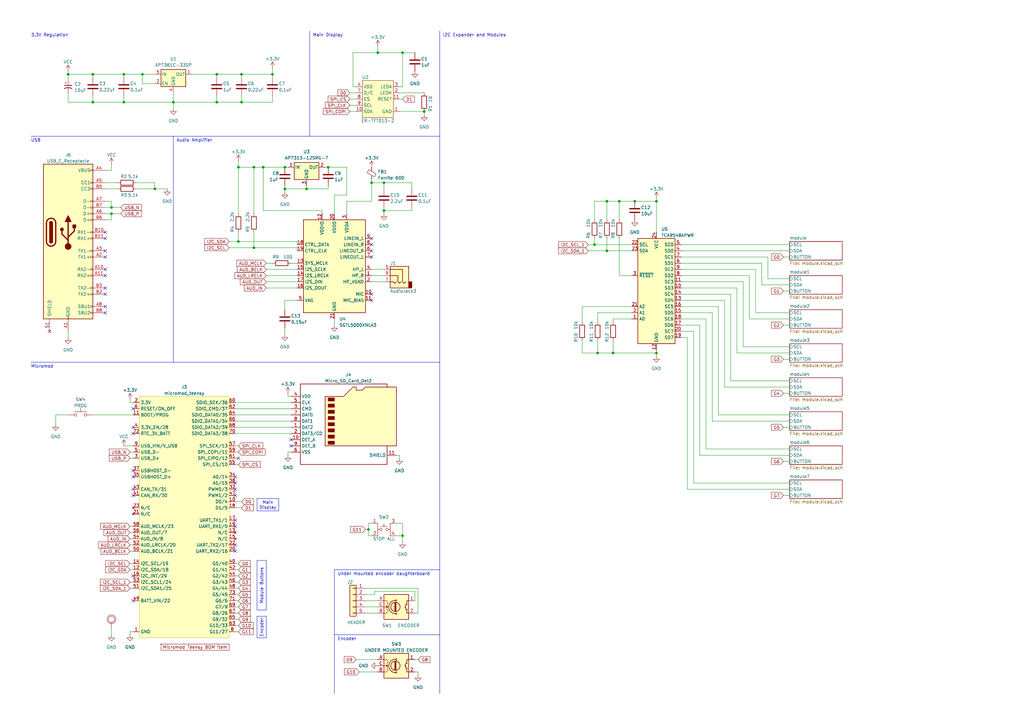
<source format=kicad_sch>
(kicad_sch (version 20230121) (generator eeschema)
  (paper "A3")
  (title_block (title "Tabletop Soundboard") (date "2023-02-21") (rev "0"))
  (junction (at 251.46 144.78))
  (junction (at 27.94 30.48))
  (junction (at 97.79 68.58))
  (junction (at 248.92 102.87))
  (junction (at 254 82.55))
  (junction (at 165.1 219.71))
  (junction (at 151.13 217.17))
  (junction (at 58.42 30.48))
  (junction (at 260.35 82.55))
  (junction (at 38.1 41.91))
  (junction (at 71.12 41.91))
  (junction (at 45.72 85.09))
  (junction (at 88.9 30.48))
  (junction (at 50.8 30.48))
  (junction (at 248.92 82.55))
  (junction (at 245.11 144.78))
  (junction (at 50.8 41.91))
  (junction (at 104.14 101.6))
  (junction (at 269.24 144.78))
  (junction (at 104.14 68.58))
  (junction (at 116.84 68.58))
  (junction (at 107.95 68.58))
  (junction (at 157.48 86.36))
  (junction (at 88.9 41.91))
  (junction (at 125.73 77.47))
  (junction (at 154.94 21.59))
  (junction (at 157.48 74.93))
  (junction (at 63.5 77.47))
  (junction (at 116.84 77.47))
  (junction (at 45.72 87.63))
  (junction (at 269.24 82.55))
  (junction (at 97.79 99.06))
  (junction (at 165.1 21.59))
  (junction (at 152.4 74.93))
  (junction (at 134.62 68.58))
  (junction (at 99.06 41.91))
  (junction (at 243.84 100.33))
  (junction (at 173.99 45.72))
  (junction (at 38.1 30.48))
  (junction (at 99.06 30.48))
  (junction (at 111.76 30.48))
  (no_connect (at 119.38 182.88))
  (no_connect (at 96.52 213.36))
  (no_connect (at 43.18 105.41))
  (no_connect (at 152.4 105.41))
  (no_connect (at 54.61 246.38))
  (no_connect (at 43.18 113.03))
  (no_connect (at 54.61 236.22))
  (no_connect (at 96.52 223.52))
  (no_connect (at 96.52 203.2))
  (no_connect (at 152.4 100.33))
  (no_connect (at 54.61 200.66))
  (no_connect (at 96.52 200.66))
  (no_connect (at 54.61 177.8))
  (no_connect (at 43.18 110.49))
  (no_connect (at 20.32 135.89))
  (no_connect (at 54.61 167.64))
  (no_connect (at 54.61 175.26))
  (no_connect (at 54.61 195.58))
  (no_connect (at 152.4 97.79))
  (no_connect (at 96.52 195.58))
  (no_connect (at 97.79 187.96))
  (no_connect (at 43.18 97.79))
  (no_connect (at 54.61 193.04))
  (no_connect (at 43.18 128.27))
  (no_connect (at 43.18 120.65))
  (no_connect (at 54.61 203.2))
  (no_connect (at 43.18 125.73))
  (no_connect (at 43.18 118.11))
  (no_connect (at 152.4 123.19))
  (no_connect (at 96.52 198.12))
  (no_connect (at 43.18 95.25))
  (no_connect (at 96.52 215.9))
  (no_connect (at 152.4 120.65))
  (no_connect (at 119.38 180.34))
  (no_connect (at 43.18 102.87))
  (no_connect (at 152.4 102.87))
  (no_connect (at 96.52 226.06))
  (wire (pts (xy 165.1 222.25) (xy 165.1 219.71)))
  (wire (pts (xy 243.84 97.79) (xy 243.84 100.33)))
  (wire (pts (xy 309.88 110.49) (xy 309.88 128.27)))
  (wire (pts (xy 157.48 74.93) (xy 157.48 77.47)))
  (wire (pts (xy 259.08 130.81) (xy 251.46 130.81)))
  (wire (pts (xy 281.94 138.43) (xy 281.94 200.66)))
  (wire (pts (xy 97.79 99.06) (xy 121.92 99.06)))
  (wire (pts (xy 307.34 130.81) (xy 323.85 130.81)))
  (wire (pts (xy 38.1 39.37) (xy 38.1 41.91)))
  (wire (pts (xy 97.79 95.25) (xy 97.79 99.06)))
  (wire (pts (xy 321.31 105.41) (xy 323.85 105.41)))
  (wire (pts (xy 96.52 182.88) (xy 97.79 182.88)))
  (wire (pts (xy 245.11 128.27) (xy 245.11 132.08)))
  (wire (pts (xy 111.76 39.37) (xy 111.76 41.91)))
  (wire (pts (xy 162.56 214.63) (xy 165.1 214.63)))
  (wire (pts (xy 38.1 170.18) (xy 54.61 170.18)))
  (wire (pts (xy 93.98 99.06) (xy 97.79 99.06)))
  (wire (pts (xy 254 90.17) (xy 254 82.55)))
  (wire (pts (xy 309.88 128.27) (xy 323.85 128.27)))
  (wire (pts (xy 96.52 172.72) (xy 119.38 172.72)))
  (wire (pts (xy 50.8 41.91) (xy 71.12 41.91)))
  (wire (pts (xy 38.1 30.48) (xy 50.8 30.48)))
  (wire (pts (xy 71.12 41.91) (xy 88.9 41.91)))
  (wire (pts (xy 245.11 144.78) (xy 251.46 144.78)))
  (wire (pts (xy 96.52 208.28) (xy 99.06 208.28)))
  (wire (pts (xy 143.51 40.64) (xy 146.05 40.64)))
  (wire (pts (xy 119.38 107.95) (xy 121.92 107.95)))
  (wire (pts (xy 321.31 203.2) (xy 323.85 203.2)))
  (wire (pts (xy 299.72 120.65) (xy 299.72 156.21)))
  (polyline (pts (xy 137.16 260.35) (xy 137.16 233.68)))
  (wire (pts (xy 109.22 107.95) (xy 111.76 107.95)))
  (wire (pts (xy 53.34 215.9) (xy 54.61 215.9)))
  (wire (pts (xy 170.18 270.51) (xy 171.45 270.51)))
  (wire (pts (xy 248.92 82.55) (xy 254 82.55)))
  (wire (pts (xy 27.94 38.1) (xy 27.94 41.91)))
  (wire (pts (xy 152.4 82.55) (xy 142.24 82.55)))
  (wire (pts (xy 279.4 133.35) (xy 287.02 133.35)))
  (wire (pts (xy 241.3 100.33) (xy 243.84 100.33)))
  (wire (pts (xy 99.06 41.91) (xy 111.76 41.91)))
  (wire (pts (xy 45.72 87.63) (xy 49.53 87.63)))
  (wire (pts (xy 297.18 123.19) (xy 297.18 158.75)))
  (wire (pts (xy 157.48 74.93) (xy 168.91 74.93)))
  (wire (pts (xy 323.85 116.84) (xy 312.42 116.84)))
  (wire (pts (xy 321.31 175.26) (xy 323.85 175.26)))
  (wire (pts (xy 151.13 214.63) (xy 152.4 214.63)))
  (wire (pts (xy 99.06 30.48) (xy 99.06 31.75)))
  (wire (pts (xy 281.94 200.66) (xy 323.85 200.66)))
  (wire (pts (xy 53.34 218.44) (xy 54.61 218.44)))
  (wire (pts (xy 45.72 82.55) (xy 45.72 85.09)))
  (wire (pts (xy 45.72 257.81) (xy 45.72 260.35)))
  (wire (pts (xy 153.67 243.84) (xy 149.86 243.84)))
  (wire (pts (xy 143.51 38.1) (xy 146.05 38.1)))
  (wire (pts (xy 38.1 30.48) (xy 38.1 31.75)))
  (wire (pts (xy 168.91 85.09) (xy 168.91 86.36)))
  (wire (pts (xy 107.95 68.58) (xy 107.95 86.36)))
  (wire (pts (xy 279.4 115.57) (xy 304.8 115.57)))
  (wire (pts (xy 96.52 233.68) (xy 97.79 233.68)))
  (wire (pts (xy 238.76 144.78) (xy 245.11 144.78)))
  (wire (pts (xy 321.31 189.23) (xy 323.85 189.23)))
  (wire (pts (xy 125.73 77.47) (xy 134.62 77.47)))
  (wire (pts (xy 279.4 128.27) (xy 292.1 128.27)))
  (polyline (pts (xy 180.34 148.59) (xy 180.34 284.48)))
  (wire (pts (xy 142.24 68.58) (xy 142.24 80.01)))
  (wire (pts (xy 43.18 90.17) (xy 45.72 90.17)))
  (wire (pts (xy 45.72 90.17) (xy 45.72 87.63)))
  (wire (pts (xy 53.34 233.68) (xy 54.61 233.68)))
  (wire (pts (xy 116.84 77.47) (xy 125.73 77.47)))
  (wire (pts (xy 96.52 248.92) (xy 97.79 248.92)))
  (wire (pts (xy 279.4 100.33) (xy 323.85 100.33)))
  (wire (pts (xy 63.5 34.29) (xy 58.42 34.29)))
  (wire (pts (xy 248.92 97.79) (xy 248.92 102.87)))
  (wire (pts (xy 107.95 86.36) (xy 132.08 86.36)))
  (wire (pts (xy 321.31 119.38) (xy 323.85 119.38)))
  (wire (pts (xy 248.92 102.87) (xy 259.08 102.87)))
  (wire (pts (xy 43.18 87.63) (xy 45.72 87.63)))
  (wire (pts (xy 96.52 236.22) (xy 97.79 236.22)))
  (wire (pts (xy 251.46 130.81) (xy 251.46 132.08)))
  (wire (pts (xy 53.34 220.98) (xy 54.61 220.98)))
  (wire (pts (xy 292.1 128.27) (xy 292.1 172.72)))
  (wire (pts (xy 279.4 113.03) (xy 307.34 113.03)))
  (wire (pts (xy 99.06 39.37) (xy 99.06 41.91)))
  (wire (pts (xy 269.24 144.78) (xy 269.24 146.05)))
  (wire (pts (xy 55.88 74.93) (xy 63.5 74.93)))
  (wire (pts (xy 171.45 275.59) (xy 171.45 276.86)))
  (wire (pts (xy 104.14 95.25) (xy 104.14 101.6)))
  (wire (pts (xy 88.9 30.48) (xy 99.06 30.48)))
  (polyline (pts (xy 127 55.88) (xy 180.34 55.88)))
  (wire (pts (xy 314.96 114.3) (xy 323.85 114.3)))
  (wire (pts (xy 45.72 85.09) (xy 49.53 85.09)))
  (wire (pts (xy 170.18 21.59) (xy 165.1 21.59)))
  (wire (pts (xy 171.45 241.3) (xy 171.45 251.46)))
  (wire (pts (xy 27.94 135.89) (xy 27.94 138.43)))
  (wire (pts (xy 142.24 82.55) (xy 142.24 87.63)))
  (wire (pts (xy 88.9 41.91) (xy 99.06 41.91)))
  (wire (pts (xy 287.02 186.69) (xy 323.85 186.69)))
  (wire (pts (xy 294.64 125.73) (xy 294.64 170.18)))
  (wire (pts (xy 157.48 86.36) (xy 157.48 87.63)))
  (wire (pts (xy 63.5 74.93) (xy 63.5 77.47)))
  (wire (pts (xy 96.52 175.26) (xy 119.38 175.26)))
  (wire (pts (xy 53.34 259.08) (xy 53.34 260.35)))
  (wire (pts (xy 292.1 172.72) (xy 323.85 172.72)))
  (wire (pts (xy 68.58 77.47) (xy 63.5 77.47)))
  (wire (pts (xy 96.52 190.5) (xy 97.79 190.5)))
  (wire (pts (xy 43.18 77.47) (xy 48.26 77.47)))
  (wire (pts (xy 111.76 27.94) (xy 111.76 30.48)))
  (wire (pts (xy 165.1 21.59) (xy 154.94 21.59)))
  (wire (pts (xy 279.4 125.73) (xy 294.64 125.73)))
  (wire (pts (xy 96.52 205.74) (xy 99.06 205.74)))
  (wire (pts (xy 147.32 275.59) (xy 154.94 275.59)))
  (wire (pts (xy 251.46 139.7) (xy 251.46 144.78)))
  (wire (pts (xy 302.26 118.11) (xy 302.26 144.78)))
  (wire (pts (xy 53.34 163.83) (xy 53.34 165.1)))
  (wire (pts (xy 96.52 256.54) (xy 97.79 256.54)))
  (wire (pts (xy 314.96 105.41) (xy 314.96 114.3)))
  (wire (pts (xy 304.8 142.24) (xy 323.85 142.24)))
  (wire (pts (xy 144.78 21.59) (xy 144.78 35.56)))
  (polyline (pts (xy 180.34 260.35) (xy 137.16 260.35)))
  (wire (pts (xy 163.83 186.69) (xy 162.56 186.69)))
  (wire (pts (xy 157.48 85.09) (xy 157.48 86.36)))
  (wire (pts (xy 43.18 69.85) (xy 45.72 69.85)))
  (wire (pts (xy 168.91 86.36) (xy 157.48 86.36)))
  (wire (pts (xy 88.9 30.48) (xy 88.9 31.75)))
  (wire (pts (xy 22.86 173.99) (xy 22.86 170.18)))
  (polyline (pts (xy 127 12.7) (xy 127 55.88)))
  (wire (pts (xy 279.4 110.49) (xy 309.88 110.49)))
  (wire (pts (xy 259.08 125.73) (xy 238.76 125.73)))
  (wire (pts (xy 243.84 82.55) (xy 248.92 82.55)))
  (polyline (pts (xy 71.12 148.59) (xy 71.12 55.88)))
  (wire (pts (xy 152.4 73.66) (xy 152.4 74.93)))
  (wire (pts (xy 107.95 68.58) (xy 116.84 68.58)))
  (wire (pts (xy 88.9 39.37) (xy 88.9 41.91)))
  (wire (pts (xy 144.78 35.56) (xy 146.05 35.56)))
  (wire (pts (xy 104.14 101.6) (xy 121.92 101.6)))
  (wire (pts (xy 96.52 243.84) (xy 97.79 243.84)))
  (wire (pts (xy 149.86 251.46) (xy 154.94 251.46)))
  (wire (pts (xy 50.8 30.48) (xy 50.8 31.75)))
  (wire (pts (xy 162.56 219.71) (xy 165.1 219.71)))
  (wire (pts (xy 243.84 100.33) (xy 259.08 100.33)))
  (wire (pts (xy 297.18 158.75) (xy 323.85 158.75)))
  (wire (pts (xy 173.99 45.72) (xy 173.99 46.99)))
  (wire (pts (xy 96.52 259.08) (xy 97.79 259.08)))
  (wire (pts (xy 143.51 45.72) (xy 146.05 45.72)))
  (wire (pts (xy 96.52 241.3) (xy 97.79 241.3)))
  (wire (pts (xy 312.42 107.95) (xy 279.4 107.95)))
  (wire (pts (xy 279.4 105.41) (xy 314.96 105.41)))
  (wire (pts (xy 71.12 41.91) (xy 71.12 44.45)))
  (wire (pts (xy 55.88 77.47) (xy 63.5 77.47)))
  (wire (pts (xy 153.67 242.57) (xy 153.67 243.84)))
  (wire (pts (xy 96.52 246.38) (xy 97.79 246.38)))
  (wire (pts (xy 134.62 76.2) (xy 134.62 77.47)))
  (wire (pts (xy 137.16 80.01) (xy 137.16 87.63)))
  (wire (pts (xy 97.79 68.58) (xy 97.79 87.63)))
  (wire (pts (xy 163.83 187.96) (xy 163.83 186.69)))
  (wire (pts (xy 104.14 68.58) (xy 107.95 68.58)))
  (wire (pts (xy 163.83 45.72) (xy 173.99 45.72)))
  (wire (pts (xy 152.4 219.71) (xy 151.13 219.71)))
  (wire (pts (xy 170.18 242.57) (xy 153.67 242.57)))
  (wire (pts (xy 284.48 135.89) (xy 284.48 198.12)))
  (polyline (pts (xy 180.34 12.7) (xy 180.34 55.88)))
  (wire (pts (xy 287.02 133.35) (xy 287.02 186.69)))
  (wire (pts (xy 118.11 186.69) (xy 118.11 185.42)))
  (wire (pts (xy 163.83 35.56) (xy 165.1 35.56)))
  (wire (pts (xy 99.06 30.48) (xy 111.76 30.48)))
  (wire (pts (xy 259.08 128.27) (xy 245.11 128.27)))
  (wire (pts (xy 146.05 270.51) (xy 154.94 270.51)))
  (wire (pts (xy 53.34 241.3) (xy 54.61 241.3)))
  (wire (pts (xy 43.18 85.09) (xy 45.72 85.09)))
  (wire (pts (xy 171.45 251.46) (xy 170.18 251.46)))
  (wire (pts (xy 118.11 185.42) (xy 119.38 185.42)))
  (wire (pts (xy 168.91 77.47) (xy 168.91 74.93)))
  (wire (pts (xy 307.34 113.03) (xy 307.34 130.81)))
  (wire (pts (xy 279.4 130.81) (xy 289.56 130.81)))
  (wire (pts (xy 116.84 134.62) (xy 116.84 137.16)))
  (wire (pts (xy 97.79 66.04) (xy 97.79 68.58)))
  (wire (pts (xy 71.12 38.1) (xy 71.12 41.91)))
  (wire (pts (xy 121.92 123.19) (xy 116.84 123.19)))
  (wire (pts (xy 96.52 251.46) (xy 97.79 251.46)))
  (wire (pts (xy 279.4 138.43) (xy 281.94 138.43)))
  (wire (pts (xy 104.14 68.58) (xy 104.14 87.63)))
  (polyline (pts (xy 12.7 148.59) (xy 71.12 148.59)))
  (wire (pts (xy 50.8 30.48) (xy 58.42 30.48)))
  (wire (pts (xy 121.92 99.06) (xy 121.92 100.33)))
  (wire (pts (xy 149.86 248.92) (xy 154.94 248.92)))
  (polyline (pts (xy 12.7 55.88) (xy 127 55.88)))
  (wire (pts (xy 238.76 139.7) (xy 238.76 144.78)))
  (wire (pts (xy 134.62 68.58) (xy 142.24 68.58)))
  (wire (pts (xy 58.42 34.29) (xy 58.42 30.48)))
  (wire (pts (xy 312.42 116.84) (xy 312.42 107.95)))
  (wire (pts (xy 151.13 214.63) (xy 151.13 217.17)))
  (wire (pts (xy 154.94 21.59) (xy 144.78 21.59)))
  (wire (pts (xy 116.84 123.19) (xy 116.84 127)))
  (wire (pts (xy 279.4 118.11) (xy 302.26 118.11)))
  (wire (pts (xy 109.22 113.03) (xy 121.92 113.03)))
  (wire (pts (xy 321.31 147.32) (xy 323.85 147.32)))
  (wire (pts (xy 116.84 68.58) (xy 118.11 68.58)))
  (wire (pts (xy 302.26 144.78) (xy 323.85 144.78)))
  (wire (pts (xy 154.94 19.05) (xy 154.94 21.59)))
  (wire (pts (xy 152.4 74.93) (xy 152.4 82.55)))
  (wire (pts (xy 53.34 231.14) (xy 54.61 231.14)))
  (wire (pts (xy 27.94 30.48) (xy 27.94 33.02)))
  (wire (pts (xy 238.76 125.73) (xy 238.76 132.08)))
  (wire (pts (xy 165.1 214.63) (xy 165.1 219.71)))
  (wire (pts (xy 170.18 246.38) (xy 170.18 242.57)))
  (wire (pts (xy 22.86 170.18) (xy 27.94 170.18)))
  (wire (pts (xy 321.31 161.29) (xy 323.85 161.29)))
  (wire (pts (xy 121.92 101.6) (xy 121.92 102.87)))
  (wire (pts (xy 152.4 113.03) (xy 157.48 113.03)))
  (wire (pts (xy 137.16 80.01) (xy 142.24 80.01)))
  (wire (pts (xy 163.83 38.1) (xy 173.99 38.1)))
  (wire (pts (xy 96.52 170.18) (xy 119.38 170.18)))
  (wire (pts (xy 109.22 110.49) (xy 121.92 110.49)))
  (wire (pts (xy 152.4 74.93) (xy 157.48 74.93)))
  (wire (pts (xy 43.18 82.55) (xy 45.72 82.55)))
  (wire (pts (xy 245.11 139.7) (xy 245.11 144.78)))
  (wire (pts (xy 53.34 226.06) (xy 54.61 226.06)))
  (wire (pts (xy 54.61 259.08) (xy 53.34 259.08)))
  (wire (pts (xy 133.35 68.58) (xy 134.62 68.58)))
  (wire (pts (xy 294.64 170.18) (xy 323.85 170.18)))
  (wire (pts (xy 111.76 30.48) (xy 111.76 31.75)))
  (wire (pts (xy 96.52 238.76) (xy 97.79 238.76)))
  (wire (pts (xy 96.52 231.14) (xy 97.79 231.14)))
  (wire (pts (xy 78.74 30.48) (xy 88.9 30.48)))
  (wire (pts (xy 43.18 74.93) (xy 48.26 74.93)))
  (wire (pts (xy 254 82.55) (xy 260.35 82.55)))
  (wire (pts (xy 279.4 135.89) (xy 284.48 135.89)))
  (wire (pts (xy 96.52 167.64) (xy 119.38 167.64)))
  (wire (pts (xy 304.8 115.57) (xy 304.8 142.24)))
  (wire (pts (xy 163.83 40.64) (xy 165.1 40.64)))
  (wire (pts (xy 45.72 69.85) (xy 45.72 67.31)))
  (wire (pts (xy 109.22 115.57) (xy 121.92 115.57)))
  (wire (pts (xy 269.24 81.28) (xy 269.24 82.55)))
  (wire (pts (xy 50.8 41.91) (xy 38.1 41.91)))
  (wire (pts (xy 50.8 39.37) (xy 50.8 41.91)))
  (wire (pts (xy 241.3 102.87) (xy 248.92 102.87)))
  (wire (pts (xy 279.4 102.87) (xy 323.85 102.87)))
  (wire (pts (xy 170.18 275.59) (xy 171.45 275.59)))
  (wire (pts (xy 53.34 187.96) (xy 54.61 187.96)))
  (wire (pts (xy 289.56 184.15) (xy 323.85 184.15)))
  (polyline (pts (xy 137.16 233.68) (xy 180.34 233.68)))
  (wire (pts (xy 53.34 185.42) (xy 54.61 185.42)))
  (wire (pts (xy 269.24 82.55) (xy 269.24 95.25)))
  (wire (pts (xy 27.94 30.48) (xy 38.1 30.48)))
  (polyline (pts (xy 180.34 148.59) (xy 180.34 55.88)))
  (wire (pts (xy 125.73 76.2) (xy 125.73 77.47)))
  (polyline (pts (xy 71.12 148.59) (xy 180.34 148.59)))
  (wire (pts (xy 254 113.03) (xy 259.08 113.03)))
  (wire (pts (xy 165.1 21.59) (xy 165.1 35.56)))
  (wire (pts (xy 50.8 182.88) (xy 54.61 182.88)))
  (wire (pts (xy 96.52 177.8) (xy 119.38 177.8)))
  (wire (pts (xy 116.84 77.47) (xy 116.84 78.74)))
  (wire (pts (xy 151.13 217.17) (xy 151.13 219.71)))
  (wire (pts (xy 109.22 118.11) (xy 121.92 118.11)))
  (wire (pts (xy 149.86 217.17) (xy 151.13 217.17)))
  (wire (pts (xy 137.16 130.81) (xy 137.16 133.35)))
  (wire (pts (xy 96.52 187.96) (xy 97.79 187.96)))
  (wire (pts (xy 321.31 133.35) (xy 323.85 133.35)))
  (wire (pts (xy 279.4 123.19) (xy 297.18 123.19)))
  (wire (pts (xy 96.52 254) (xy 97.79 254)))
  (wire (pts (xy 149.86 241.3) (xy 171.45 241.3)))
  (wire (pts (xy 27.94 30.48) (xy 27.94 29.21)))
  (wire (pts (xy 53.34 223.52) (xy 54.61 223.52)))
  (wire (pts (xy 132.08 86.36) (xy 132.08 87.63)))
  (wire (pts (xy 118.11 162.56) (xy 118.11 161.29)))
  (wire (pts (xy 116.84 77.47) (xy 116.84 76.2)))
  (wire (pts (xy 96.52 165.1) (xy 119.38 165.1)))
  (wire (pts (xy 119.38 162.56) (xy 118.11 162.56)))
  (wire (pts (xy 104.14 101.6) (xy 93.98 101.6)))
  (wire (pts (xy 251.46 144.78) (xy 269.24 144.78)))
  (wire (pts (xy 284.48 198.12) (xy 323.85 198.12)))
  (wire (pts (xy 58.42 30.48) (xy 63.5 30.48)))
  (wire (pts (xy 53.34 165.1) (xy 54.61 165.1)))
  (wire (pts (xy 248.92 90.17) (xy 248.92 82.55)))
  (wire (pts (xy 143.51 43.18) (xy 146.05 43.18)))
  (wire (pts (xy 243.84 90.17) (xy 243.84 82.55)))
  (wire (pts (xy 152.4 115.57) (xy 157.48 115.57)))
  (wire (pts (xy 27.94 41.91) (xy 38.1 41.91)))
  (wire (pts (xy 260.35 82.55) (xy 269.24 82.55)))
  (wire (pts (xy 53.34 238.76) (xy 54.61 238.76)))
  (wire (pts (xy 149.86 246.38) (xy 154.94 246.38)))
  (wire (pts (xy 96.52 185.42) (xy 97.79 185.42)))
  (wire (pts (xy 254 97.79) (xy 254 113.03)))
  (polyline (pts (xy 137.16 260.35) (xy 137.16 284.48)))
  (wire (pts (xy 289.56 130.81) (xy 289.56 184.15)))
  (wire (pts (xy 152.4 110.49) (xy 157.48 110.49)))
  (wire (pts (xy 279.4 120.65) (xy 299.72 120.65)))
  (wire (pts (xy 97.79 68.58) (xy 104.14 68.58)))
  (wire (pts (xy 299.72 156.21) (xy 323.85 156.21)))
  (wire (pts (xy 269.24 143.51) (xy 269.24 144.78)))
  (text_box "Encoder" (at 105.41 252.73 90) (size 3.81 8.89) (effects (font (size 1.27 1.27))))
  (text_box "Main Display" (at 105.41 204.47 0) (size 8.89 5.08) (effects (font (size 1.27 1.27))))
  (text_box "Module Buttons" (at 105.41 229.87 90) (size 3.81 20.32) (fill (type color)) (effects (font (size 1.27 1.27))))
  (text "I2C Expander and Modules" (at 181.61 15.24 0) (effects (font (size 1.27 1.27)) (justify left bottom)))
  (text "Audio Amplifier" (at 72.39 58.42 0) (effects (font (size 1.27 1.27)) (justify left bottom)))
  (text "Under mounted encoder daughterboard" (at 138.43 236.22 0) (effects (font (size 1.27 1.27)) (justify left bottom)))
  (text "USB" (at 12.7 58.42 0) (effects (font (size 1.27 1.27)) (justify left bottom)))
  (text "Main Display" (at 128.27 15.24 0) (effects (font (size 1.27 1.27)) (justify left bottom)))
  (text "Micromod" (at 12.7 151.13 0) (effects (font (size 1.27 1.27)) (justify left bottom)))
  (text "3.3V Regulation\n" (at 12.7 15.24 0) (effects (font (size 1.27 1.27)) (justify left bottom)))
  (text "Encoder" (at 138.43 262.89 0) (effects (font (size 1.27 1.27)) (justify left bottom)))
  (global_label "G2" (shape input) (at 97.79 236.22 0) (property "Intersheetrefs" "${INTERSHEET_REFS}" (effects hide)))
  (global_label "G7" (shape input) (at 321.31 203.2 180) (property "Intersheetrefs" "${INTERSHEET_REFS}" (effects hide)))
  (global_label "I2C_SDA_1" (shape input) (at 53.34 241.3 180) (property "Intersheetrefs" "${INTERSHEET_REFS}" (effects hide)))
  (global_label "D0" (shape input) (at 99.06 205.74 0) (property "Intersheetrefs" "${INTERSHEET_REFS}" (effects hide)))
  (global_label "G11" (shape input) (at 97.79 259.08 0) (property "Intersheetrefs" "${INTERSHEET_REFS}" (effects hide)))
  (global_label "G0" (shape input) (at 97.79 231.14 0) (property "Intersheetrefs" "${INTERSHEET_REFS}" (effects hide)))
  (global_label "G11" (shape input) (at 149.86 217.17 180) (property "Intersheetrefs" "${INTERSHEET_REFS}" (effects hide)))
  (global_label "I2C_SCL_1" (shape input) (at 53.34 238.76 180) (property "Intersheetrefs" "${INTERSHEET_REFS}" (effects hide)))
  (global_label "SPI_CLK" (shape input) (at 143.51 43.18 180) (property "Intersheetrefs" "${INTERSHEET_REFS}" (effects hide)))
  (global_label "USB_P" (shape input) (at 49.53 87.63 0) (property "Intersheetrefs" "${INTERSHEET_REFS}" (effects hide)))
  (global_label "USB_N" (shape input) (at 53.34 185.42 180) (property "Intersheetrefs" "${INTERSHEET_REFS}" (effects hide)))
  (global_label "I2C_SCL" (shape input) (at 53.34 231.14 180) (property "Intersheetrefs" "${INTERSHEET_REFS}" (effects hide)))
  (global_label "G1" (shape input) (at 97.79 233.68 0) (property "Intersheetrefs" "${INTERSHEET_REFS}" (effects hide)))
  (global_label "G4" (shape input) (at 97.79 241.3 0) (property "Intersheetrefs" "${INTERSHEET_REFS}" (effects hide)))
  (global_label "G8" (shape input) (at 171.45 270.51 0) (property "Intersheetrefs" "${INTERSHEET_REFS}" (effects hide)))
  (global_label "AUD_IN" (shape input) (at 109.22 118.11 180) (property "Intersheetrefs" "${INTERSHEET_REFS}" (effects hide)))
  (global_label "G8" (shape input) (at 97.79 251.46 0) (property "Intersheetrefs" "${INTERSHEET_REFS}" (effects hide)))
  (global_label "USB_P" (shape input) (at 53.34 187.96 180) (property "Intersheetrefs" "${INTERSHEET_REFS}" (effects hide)))
  (global_label "I2C_SCL_1" (shape input) (at 241.3 100.33 180) (property "Intersheetrefs" "${INTERSHEET_REFS}" (effects hide)))
  (global_label "AUD_IN" (shape input) (at 53.34 220.98 180) (property "Intersheetrefs" "${INTERSHEET_REFS}" (effects hide)))
  (global_label "AUD_LRCLK" (shape input) (at 109.22 113.03 180) (property "Intersheetrefs" "${INTERSHEET_REFS}" (effects hide)))
  (global_label "G0" (shape input) (at 321.31 105.41 180) (property "Intersheetrefs" "${INTERSHEET_REFS}" (effects hide)))
  (global_label "G3" (shape input) (at 97.79 238.76 0) (property "Intersheetrefs" "${INTERSHEET_REFS}" (effects hide)))
  (global_label "D1" (shape input) (at 165.1 40.64 0) (property "Intersheetrefs" "${INTERSHEET_REFS}" (effects hide)))
  (global_label "USB_N" (shape input) (at 49.53 85.09 0) (property "Intersheetrefs" "${INTERSHEET_REFS}" (effects hide)))
  (global_label "G10" (shape input) (at 97.79 256.54 0) (property "Intersheetrefs" "${INTERSHEET_REFS}" (effects hide)))
  (global_label "AUD_OUT" (shape input) (at 109.22 115.57 180) (property "Intersheetrefs" "${INTERSHEET_REFS}" (effects hide)))
  (global_label "G3" (shape input) (at 321.31 147.32 180) (property "Intersheetrefs" "${INTERSHEET_REFS}" (effects hide)))
  (global_label "AUD_OUT" (shape input) (at 53.34 218.44 180) (property "Intersheetrefs" "${INTERSHEET_REFS}" (effects hide)))
  (global_label "G9" (shape input) (at 97.79 254 0) (property "Intersheetrefs" "${INTERSHEET_REFS}" (effects hide)))
  (global_label "I2C_SDA_1" (shape input) (at 241.3 102.87 180) (property "Intersheetrefs" "${INTERSHEET_REFS}" (effects hide)))
  (global_label "AUD_MCLK" (shape input) (at 109.22 107.95 180) (property "Intersheetrefs" "${INTERSHEET_REFS}" (effects hide)))
  (global_label "G4" (shape input) (at 321.31 161.29 180) (property "Intersheetrefs" "${INTERSHEET_REFS}" (effects hide)))
  (global_label "SPI_CS" (shape input) (at 143.51 40.64 180) (property "Intersheetrefs" "${INTERSHEET_REFS}" (effects hide)))
  (global_label "AUD_MCLK" (shape input) (at 53.34 215.9 180) (property "Intersheetrefs" "${INTERSHEET_REFS}" (effects hide)))
  (global_label "SPI_COPI" (shape input) (at 97.79 185.42 0) (property "Intersheetrefs" "${INTERSHEET_REFS}" (effects hide)))
  (global_label "G5" (shape input) (at 321.31 175.26 180) (property "Intersheetrefs" "${INTERSHEET_REFS}" (effects hide)))
  (global_label "AUD_BCLK" (shape input) (at 109.22 110.49 180) (property "Intersheetrefs" "${INTERSHEET_REFS}" (effects hide)))
  (global_label "G6" (shape input) (at 97.79 246.38 0) (property "Intersheetrefs" "${INTERSHEET_REFS}" (effects hide)))
  (global_label "D0" (shape input) (at 143.51 38.1 180) (property "Intersheetrefs" "${INTERSHEET_REFS}" (effects hide)))
  (global_label "I2C_SDA" (shape input) (at 53.34 233.68 180) (property "Intersheetrefs" "${INTERSHEET_REFS}" (effects hide)))
  (global_label "I2C_SDA" (shape input) (at 93.98 99.06 180) (property "Intersheetrefs" "${INTERSHEET_REFS}" (effects hide)))
  (global_label "SPI_CLK" (shape input) (at 97.79 182.88 0) (property "Intersheetrefs" "${INTERSHEET_REFS}" (effects hide)))
  (global_label "I2C_SCL" (shape input) (at 93.98 101.6 180) (property "Intersheetrefs" "${INTERSHEET_REFS}" (effects hide)))
  (global_label "G6" (shape input) (at 321.31 189.23 180) (property "Intersheetrefs" "${INTERSHEET_REFS}" (effects hide)))
  (global_label "G5" (shape input) (at 97.79 243.84 0) (property "Intersheetrefs" "${INTERSHEET_REFS}" (effects hide)))
  (global_label "G9" (shape input) (at 146.05 270.51 180) (property "Intersheetrefs" "${INTERSHEET_REFS}" (effects hide)))
  (global_label "SPI_COPI" (shape input) (at 143.51 45.72 180) (property "Intersheetrefs" "${INTERSHEET_REFS}" (effects hide)))
  (global_label "AUD_LRCLK" (shape input) (at 53.34 223.52 180) (property "Intersheetrefs" "${INTERSHEET_REFS}" (effects hide)))
  (global_label "G7" (shape input) (at 97.79 248.92 0) (property "Intersheetrefs" "${INTERSHEET_REFS}" (effects hide)))
  (global_label "SPI_CS" (shape input) (at 97.79 190.5 0) (property "Intersheetrefs" "${INTERSHEET_REFS}" (effects hide)))
  (global_label "D1" (shape input) (at 99.06 208.28 0) (property "Intersheetrefs" "${INTERSHEET_REFS}" (effects hide)))
  (global_label "G1" (shape input) (at 321.31 119.38 180) (property "Intersheetrefs" "${INTERSHEET_REFS}" (effects hide)))
  (global_label "G2" (shape input) (at 321.31 133.35 180) (property "Intersheetrefs" "${INTERSHEET_REFS}" (effects hide)))
  (global_label "AUD_BCLK" (shape input) (at 53.34 226.06 180) (property "Intersheetrefs" "${INTERSHEET_REFS}" (effects hide)))
  (global_label "G10" (shape input) (at 147.32 275.59 180) (property "Intersheetrefs" "${INTERSHEET_REFS}" (effects hide)))
  (symbol (lib_id "TTSB:AP7313-12SRG-7") (at 125.73 68.58 0) (unit 1)
    (property "Reference" "U3" (at 125.73 62.23 0))
    (property "Value" "AP7313-12SRG-7" (at 125.73 64.77 0))
    (property "Footprint" "Package_TO_SOT_SMD:SOT-23" (effects hide))
    (property "Datasheet" "https://www.diodes.com/assets/Datasheets/AP7313.pdf" (effects hide))
  )
  (symbol (lib_id "TTSB:AudioJack3") (at 162.56 113.03 0) (mirror y) (unit 1)
    (property "Reference" "J1" (at 160.02 107.95 0) (effects (justify right)))
    (property "Value" "AudioJack3" (at 160.02 119.38 0) (effects (justify right)))
    (property "Footprint" "TTSB:Jack_3.5mm_CUI_SJ-3523-SMT_Horizontal" (effects hide))
    (property "Datasheet" "https://www.digikey.com/en/products/detail/cui-devices/SJ1-3523N/738689" (effects hide))
  )
  (symbol (lib_id "power:GND") (at 116.84 78.74 0) (unit 1)
    (property "Reference" "#PWR010" (effects hide))
    (property "Value" "GND" (at 116.84 83.82 0))
  )
  (symbol (lib_id "Device:C") (at 116.84 72.39 0) (unit 1)
    (property "Reference" "C8" (at 111.76 71.12 0) (effects (justify left)))
    (property "Value" "1uF" (at 110.49 73.66 0) (effects (justify left)))
    (property "Footprint" "Capacitor_SMD:C_0603_1608Metric_Pad1.08x0.95mm_HandSolder" (effects hide))
  )
  (symbol (lib_id "Connector_Generic:Conn_01x05") (at 144.78 246.38 0) (mirror y) (unit 1)
    (property "Reference" "J2" (at 144.78 238.76 0) (effects (justify left)))
    (property "Value" "HEADER" (at 149.86 255.27 0) (effects (justify left)))
    (property "Footprint" "Connector_PinHeader_2.54mm:PinHeader_1x05_P2.54mm_Vertical" (effects hide))
  )
  (symbol (lib_id "Device:R") (at 248.92 93.98 180) (unit 1)
    (property "Reference" "R7" (at 246.38 96.52 90))
    (property "Value" "10k" (at 246.38 91.44 90))
    (property "Footprint" "Resistor_SMD:R_0603_1608Metric_Pad0.98x0.95mm_HandSolder" (effects hide))
  )
  (symbol (lib_id "power:GND") (at 53.34 260.35 0) (unit 1)
    (property "Reference" "#PWR028" (effects hide))
    (property "Value" "GND" (at 53.34 265.43 0))
  )
  (symbol (lib_id "TTSB:SW_Push") (at 33.02 170.18 0) (unit 1)
    (property "Reference" "SW4" (at 33.02 163.83 0))
    (property "Value" "PROG" (at 33.02 166.37 0))
    (property "Footprint" "TTSB:SW_SPST_B3U-1000P" (effects hide))
  )
  (symbol (lib_id "Device:R") (at 115.57 107.95 90) (unit 1)
    (property "Reference" "R9" (at 113.03 105.41 90))
    (property "Value" "100" (at 118.11 105.41 90))
    (property "Footprint" "Resistor_SMD:R_0603_1608Metric_Pad0.98x0.95mm_HandSolder" (effects hide))
  )
  (symbol (lib_id "TTSB:AP7361C-33SP") (at 71.12 30.48 0) (unit 1)
    (property "Reference" "U1" (at 71.12 24.13 0))
    (property "Value" "AP7361C-33SP" (at 71.12 26.67 0))
    (property "Footprint" "TTSB:SOIC-8" (effects hide))
    (property "Datasheet" "https://www.diodes.com/assets/Datasheets/AP7361C.pdf" (effects hide))
  )
  (symbol (lib_id "power:+3.3V") (at 152.4 68.58 0) (unit 1)
    (property "Reference" "#PWR09" (effects hide))
    (property "Value" "+3.3V" (at 152.4 64.77 0))
  )
  (symbol (lib_id "Device:R") (at 97.79 91.44 180) (unit 1)
    (property "Reference" "R4" (at 95.25 93.98 90))
    (property "Value" "2.2k" (at 95.25 88.9 90))
    (property "Footprint" "Resistor_SMD:R_0603_1608Metric_Pad0.98x0.95mm_HandSolder" (effects hide))
  )
  (symbol (lib_id "TTSB:rotary_encoder_switch") (at 162.56 273.05 0) (unit 1)
    (property "Reference" "SW3" (at 162.56 264.16 0))
    (property "Value" "UNDER MOUNTED ENCODER" (at 162.56 266.7 0))
    (property "Footprint" "TTSB:encoder_PEC12R-4XXXF-SXXX_undermount" (effects hide))
    (property "Datasheet" "https://www.bourns.com/docs/Product-Datasheets/PEC12R.pdf" (effects hide))
  )
  (symbol (lib_id "power:GND") (at 171.45 276.86 0) (unit 1)
    (property "Reference" "#PWR026" (effects hide))
    (property "Value" "GND" (at 171.45 281.94 0))
  )
  (symbol (lib_id "power:+3.3V") (at 97.79 66.04 0) (unit 1)
    (property "Reference" "#PWR07" (effects hide))
    (property "Value" "+3.3V" (at 97.79 62.23 0))
  )
  (symbol (lib_id "Device:C") (at 88.9 35.56 0) (unit 1)
    (property "Reference" "C5" (at 91.44 34.29 0) (effects (justify left)))
    (property "Value" "1uF" (at 91.44 36.83 0) (effects (justify left)))
    (property "Footprint" "Capacitor_SMD:C_0603_1608Metric_Pad1.08x0.95mm_HandSolder" (effects hide))
  )
  (symbol (lib_id "power:GND") (at 269.24 146.05 0) (unit 1)
    (property "Reference" "#PWR018" (effects hide))
    (property "Value" "GND" (at 269.24 151.13 0))
  )
  (symbol (lib_id "Device:C") (at 157.48 81.28 0) (unit 1)
    (property "Reference" "C10" (at 160.02 80.01 0) (effects (justify left)))
    (property "Value" "2.2uF" (at 160.02 82.55 0) (effects (justify left)))
    (property "Footprint" "Capacitor_SMD:C_0603_1608Metric_Pad1.08x0.95mm_HandSolder" (effects hide))
  )
  (symbol (lib_id "TTSB:display_ER-TFT013-2") (at 148.59 35.56 0) (unit 1)
    (property "Reference" "U2" (at 149.86 31.75 0))
    (property "Value" "ER-TFT013-2" (at 154.94 49.53 0))
    (property "Footprint" "TTSB:ER-TFT013-2" (effects hide))
    (property "Datasheet" "https://www.buydisplay.com/download/manual/ER-TFT013-2_Datasheet.pdf" (effects hide))
  )
  (symbol (lib_id "power:GND") (at 165.1 222.25 0) (unit 1)
    (property "Reference" "#PWR029" (effects hide))
    (property "Value" "GND" (at 165.1 227.33 0))
  )
  (symbol (lib_id "TTSB:SW_Push_Dual") (at 157.48 214.63 0) (unit 1)
    (property "Reference" "SW2" (at 157.48 212.09 0))
    (property "Value" "STOP ALL" (at 157.48 220.98 0))
    (property "Footprint" "TTSB:BUTTON_SOFT_TACTILE" (effects hide))
  )
  (symbol (lib_id "Device:C") (at 116.84 130.81 0) (unit 1)
    (property "Reference" "C13" (at 119.38 129.54 0) (effects (justify left)))
    (property "Value" "0.15uF" (at 119.38 132.08 0) (effects (justify left)))
    (property "Footprint" "Capacitor_SMD:C_0603_1608Metric_Pad1.08x0.95mm_HandSolder" (effects hide))
  )
  (symbol (lib_id "power:GND") (at 157.48 87.63 0) (unit 1)
    (property "Reference" "#PWR013" (effects hide))
    (property "Value" "GND" (at 157.48 92.71 0))
  )
  (symbol (lib_id "power:GND") (at 22.86 173.99 0) (unit 1)
    (property "Reference" "#PWR021" (effects hide))
    (property "Value" "GND" (at 22.86 179.07 0))
  )
  (symbol (lib_id "Device:R") (at 243.84 93.98 180) (unit 1)
    (property "Reference" "R6" (at 241.3 96.52 90))
    (property "Value" "10k" (at 241.3 91.44 90))
    (property "Footprint" "Resistor_SMD:R_0603_1608Metric_Pad0.98x0.95mm_HandSolder" (effects hide))
  )
  (symbol (lib_id "power:+3.3V") (at 53.34 163.83 0) (unit 1)
    (property "Reference" "#PWR020" (effects hide))
    (property "Value" "+3.3V" (at 53.34 160.02 0))
  )
  (symbol (lib_id "Device:FerriteBead_Small") (at 152.4 71.12 0) (unit 1)
    (property "Reference" "FB1" (at 154.94 70.4469 0) (effects (justify left)))
    (property "Value" "Ferrite 600" (at 154.94 72.9869 0) (effects (justify left)))
    (property "Footprint" "Resistor_SMD:R_0805_2012Metric_Pad1.20x1.40mm_HandSolder" (effects hide))
  )
  (symbol (lib_id "power:GND") (at 118.11 186.69 0) (unit 1)
    (property "Reference" "#PWR023" (effects hide))
    (property "Value" "GND" (at 118.11 191.77 0))
  )
  (symbol (lib_id "power:GND") (at 45.72 260.35 0) (unit 1)
    (property "Reference" "#PWR027" (effects hide))
    (property "Value" "GND" (at 45.72 265.43 0))
  )
  (symbol (lib_id "power:GND") (at 27.94 138.43 0) (unit 1)
    (property "Reference" "#PWR017" (effects hide))
    (property "Value" "GND" (at 27.94 143.51 0))
  )
  (symbol (lib_id "power:GND") (at 170.18 29.21 0) (unit 1)
    (property "Reference" "#PWR04" (effects hide))
    (property "Value" "GND" (at 170.18 34.29 0))
  )
  (symbol (lib_id "TTSB:rotary_encoder_switch") (at 162.56 248.92 0) (unit 1)
    (property "Reference" "SW1" (at 158.75 256.54 0))
    (property "Value" "ENCODER" (at 167.64 256.54 0))
    (property "Footprint" "TTSB:encoder_PEC12R-4215F-S0024" (effects hide))
    (property "Datasheet" "https://www.bourns.com/docs/Product-Datasheets/PEC12R.pdf" (effects hide))
  )
  (symbol (lib_id "Device:C_Polarized_Small_US") (at 27.94 35.56 0) (unit 1)
    (property "Reference" "C2" (at 30.48 34.4932 0) (effects (justify left)))
    (property "Value" "10uF" (at 30.48 37.0332 0) (effects (justify left)))
    (property "Footprint" "Capacitor_SMD:C_1206_3216Metric_Pad1.33x1.80mm_HandSolder" (effects hide))
  )
  (symbol (lib_id "power:GND") (at 71.12 44.45 0) (unit 1)
    (property "Reference" "#PWR05" (effects hide))
    (property "Value" "GND" (at 71.12 49.53 0))
  )
  (symbol (lib_id "TTSB:standoff_9774025151R") (at 45.72 254 0) (unit 1)
    (property "Reference" "J5" (effects hide))
    (property "Value" "standoff_9774025151R" (effects hide))
    (property "Footprint" "TTSB:standoff_9774025151R" (effects hide))
    (property "Datasheet" "https://cdn.sparkfun.com/assets/f/d/2/b/e/MicroMod_Reflowable_Standoff.pdf" (effects hide))
  )
  (symbol (lib_id "Device:C") (at 99.06 35.56 0) (unit 1)
    (property "Reference" "C6" (at 101.6 34.29 0) (effects (justify left)))
    (property "Value" "0.22uF" (at 101.6 36.83 0) (effects (justify left)))
    (property "Footprint" "Capacitor_SMD:C_0603_1608Metric_Pad1.08x0.95mm_HandSolder" (effects hide))
  )
  (symbol (lib_id "Device:C") (at 38.1 35.56 0) (unit 1)
    (property "Reference" "C3" (at 40.64 34.29 0) (effects (justify left)))
    (property "Value" "0.22uF" (at 40.64 36.83 0) (effects (justify left)))
    (property "Footprint" "Capacitor_SMD:C_0603_1608Metric_Pad1.08x0.95mm_HandSolder" (effects hide))
  )
  (symbol (lib_id "power:GND") (at 116.84 137.16 0) (unit 1)
    (property "Reference" "#PWR016" (effects hide))
    (property "Value" "GND" (at 116.84 142.24 0))
  )
  (symbol (lib_id "power:GND") (at 68.58 77.47 0) (unit 1)
    (property "Reference" "#PWR011" (effects hide))
    (property "Value" "GND" (at 68.58 82.55 0))
  )
  (symbol (lib_id "Device:C") (at 111.76 35.56 0) (unit 1)
    (property "Reference" "C7" (at 114.3 34.29 0) (effects (justify left)))
    (property "Value" "0.1uF" (at 114.3 36.83 0) (effects (justify left)))
    (property "Footprint" "Capacitor_SMD:C_0603_1608Metric_Pad1.08x0.95mm_HandSolder" (effects hide))
  )
  (symbol (lib_id "TTSB:SGTL5000XNLA3") (at 137.16 102.87 0) (unit 1)
    (property "Reference" "U4" (at 139.1159 130.81 0) (effects (justify left)))
    (property "Value" "SGTL5000XNLA3" (at 139.1159 133.35 0) (effects (justify left)))
    (property "Footprint" "TTSB:QFN-20-1EP_3x3mm_P0.4mm_EP1.65x1.65mm" (effects hide))
    (property "Datasheet" "https://www.nxp.com/docs/en/data-sheet/SGTL5000.pdf" (effects hide))
  )
  (symbol (lib_id "Device:C") (at 134.62 72.39 0) (unit 1)
    (property "Reference" "C9" (at 137.16 71.12 0) (effects (justify left)))
    (property "Value" "1uF" (at 137.16 73.66 0) (effects (justify left)))
    (property "Footprint" "Capacitor_SMD:C_0603_1608Metric_Pad1.08x0.95mm_HandSolder" (effects hide))
  )
  (symbol (lib_name "USB_C_Receptacle_1") (lib_id "TTSB:USB_C_Receptacle") (at 27.94 95.25 0) (unit 1)
    (property "Reference" "J6" (at 27.94 63.5 0))
    (property "Value" "USB_C_Receptacle" (at 27.94 66.04 0))
    (property "Footprint" "TTSB:USB_C_Receptacle_GCT_USB4110" (effects hide))
    (property "Datasheet" "https://www.usb.org/sites/default/files/documents/usb_type-c.zip" (effects hide))
  )
  (symbol (lib_id "power:GND") (at 137.16 133.35 0) (unit 1)
    (property "Reference" "#PWR015" (effects hide))
    (property "Value" "GND" (at 137.16 138.43 0))
  )
  (symbol (lib_id "Device:R") (at 173.99 41.91 180) (unit 1)
    (property "Reference" "R1" (at 176.53 44.45 90))
    (property "Value" "10" (at 176.53 40.64 90))
    (property "Footprint" "Resistor_SMD:R_0603_1608Metric_Pad0.98x0.95mm_HandSolder" (effects hide))
  )
  (symbol (lib_id "Device:C") (at 50.8 35.56 0) (unit 1)
    (property "Reference" "C4" (at 53.34 34.29 0) (effects (justify left)))
    (property "Value" "0.1uF" (at 53.34 36.83 0) (effects (justify left)))
    (property "Footprint" "Capacitor_SMD:C_0603_1608Metric_Pad1.08x0.95mm_HandSolder" (effects hide))
  )
  (symbol (lib_id "power:GND") (at 163.83 187.96 0) (unit 1)
    (property "Reference" "#PWR024" (effects hide))
    (property "Value" "GND" (at 163.83 193.04 0))
  )
  (symbol (lib_id "power:VCC") (at 27.94 29.21 0) (unit 1)
    (property "Reference" "#PWR03" (effects hide))
    (property "Value" "VCC" (at 27.94 25.4 0))
  )
  (symbol (lib_id "Device:R") (at 254 93.98 180) (unit 1)
    (property "Reference" "R8" (at 251.46 96.52 90))
    (property "Value" "10k" (at 251.46 91.44 90))
    (property "Footprint" "Resistor_SMD:R_0603_1608Metric_Pad0.98x0.95mm_HandSolder" (effects hide))
  )
  (symbol (lib_id "Device:R") (at 245.11 135.89 180) (unit 1)
    (property "Reference" "R11" (at 242.57 138.43 90))
    (property "Value" "10k" (at 242.57 133.35 90))
    (property "Footprint" "Resistor_SMD:R_0603_1608Metric_Pad0.98x0.95mm_HandSolder" (effects hide))
  )
  (symbol (lib_id "power:VCC") (at 45.72 67.31 0) (unit 1)
    (property "Reference" "#PWR08" (effects hide))
    (property "Value" "VCC" (at 45.72 63.5 0))
  )
  (symbol (lib_id "power:+3.3V") (at 118.11 161.29 0) (unit 1)
    (property "Reference" "#PWR019" (effects hide))
    (property "Value" "+3.3V" (at 118.11 157.48 0))
  )
  (symbol (lib_id "power:+3.3V") (at 111.76 27.94 0) (unit 1)
    (property "Reference" "#PWR02" (effects hide))
    (property "Value" "+3.3V" (at 111.76 24.13 0))
  )
  (symbol (lib_id "power:VCC") (at 50.8 182.88 0) (unit 1)
    (property "Reference" "#PWR022" (effects hide))
    (property "Value" "VCC" (at 50.8 179.07 0))
  )
  (symbol (lib_id "power:GND") (at 154.94 273.05 270) (unit 1)
    (property "Reference" "#PWR025" (effects hide))
    (property "Value" "GND" (at 151.13 273.05 90) (effects (justify right)))
  )
  (symbol (lib_id "power:+3.3V") (at 154.94 19.05 0) (unit 1)
    (property "Reference" "#PWR01" (effects hide))
    (property "Value" "+3.3V" (at 154.94 15.24 0))
  )
  (symbol (lib_id "TTSB:micromod_teensy") (at 57.15 162.56 0) (unit 1)
    (property "Reference" "J3" (at 75.565 158.75 0))
    (property "Value" "micromod_teensy" (at 75.565 161.29 0))
    (property "Footprint" "TTSB:M.2_connector_TE-2199230-4" (effects hide))
    (property "Datasheet" "https://www.sparkfun.com/products/16402" (effects hide))
  )
  (symbol (lib_id "Device:R") (at 52.07 77.47 90) (unit 1)
    (property "Reference" "R3" (at 50.8 80.01 90))
    (property "Value" "5.1k" (at 54.61 80.01 90))
    (property "Footprint" "Resistor_SMD:R_0603_1608Metric_Pad0.98x0.95mm_HandSolder" (effects hide))
  )
  (symbol (lib_id "power:+3.3V") (at 269.24 81.28 0) (unit 1)
    (property "Reference" "#PWR012" (effects hide))
    (property "Value" "+3.3V" (at 269.24 77.47 0))
  )
  (symbol (lib_id "Device:R") (at 52.07 74.93 90) (unit 1)
    (property "Reference" "R2" (at 50.8 72.39 90))
    (property "Value" "5.1k" (at 54.61 72.39 90))
    (property "Footprint" "Resistor_SMD:R_0603_1608Metric_Pad0.98x0.95mm_HandSolder" (effects hide))
  )
  (symbol (lib_id "Device:C") (at 170.18 25.4 0) (unit 1)
    (property "Reference" "C1" (at 172.72 24.13 0) (effects (justify left)))
    (property "Value" "1uF" (at 172.72 26.67 0) (effects (justify left)))
    (property "Footprint" "Capacitor_SMD:C_0603_1608Metric_Pad1.08x0.95mm_HandSolder" (effects hide))
  )
  (symbol (lib_id "TTSB:TCA9548APWR") (at 269.24 118.11 0) (unit 1)
    (property "Reference" "U5" (at 271.1959 93.98 0) (effects (justify left)))
    (property "Value" "TCA9548APWR" (at 271.1959 96.52 0) (effects (justify left)))
    (property "Footprint" "TTSB:TSSOP-24-0.65mm" (effects hide))
    (property "Datasheet" "http://www.ti.com/lit/ds/symlink/tca9548a.pdf" (effects hide))
  )
  (symbol (lib_id "Device:R") (at 251.46 135.89 180) (unit 1)
    (property "Reference" "R12" (at 248.92 138.43 90))
    (property "Value" "10k" (at 248.92 133.35 90))
    (property "Footprint" "Resistor_SMD:R_0603_1608Metric_Pad0.98x0.95mm_HandSolder" (effects hide))
  )
  (symbol (lib_id "Device:C") (at 168.91 81.28 0) (unit 1)
    (property "Reference" "C11" (at 171.45 80.01 0) (effects (justify left)))
    (property "Value" "0.1uF" (at 171.45 82.55 0) (effects (justify left)))
    (property "Footprint" "Capacitor_SMD:C_0603_1608Metric_Pad1.08x0.95mm_HandSolder" (effects hide))
  )
  (symbol (lib_id "TTSB:Micro_SD_Card_Det2") (at 142.24 173.99 0) (unit 1)
    (property "Reference" "J4" (at 142.875 153.67 0))
    (property "Value" "Micro_SD_Card_Det2" (at 142.875 156.21 0))
    (property "Footprint" "TTSB:microSD_HC_Hirose_DM3AT-SF-PEJM5" (effects hide))
    (property "Datasheet" "https://www.hirose.com/product/document?clcode=CL0609-0033-6-00&productname=DM3AT-SF-PEJ2M5&series=DM3&documenttype=Catalog&lang=en&documentid=D49662_en" (effects hide))
  )
  (symbol (lib_id "TTSB:MICROMOD") (at 66.04 264.16 0) (unit 1)
    (property "Reference" "U6" (effects hide))
    (property "Value" "~" (at 66.04 264.16 0))
    (property "Footprint" "TTSB:MICROMOD" (effects hide))
  )
  (symbol (lib_id "Device:C") (at 260.35 86.36 0) (unit 1)
    (property "Reference" "C12" (at 262.89 85.09 0) (effects (justify left)))
    (property "Value" "10uF" (at 262.89 87.63 0) (effects (justify left)))
    (property "Footprint" "Capacitor_SMD:C_0603_1608Metric_Pad1.08x0.95mm_HandSolder" (effects hide))
  )
  (symbol (lib_id "Device:R") (at 238.76 135.89 180) (unit 1)
    (property "Reference" "R10" (at 236.22 138.43 90))
    (property "Value" "10k" (at 236.22 133.35 90))
    (property "Footprint" "Resistor_SMD:R_0603_1608Metric_Pad0.98x0.95mm_HandSolder" (effects hide))
  )
  (symbol (lib_id "power:GND") (at 173.99 46.99 0) (unit 1)
    (property "Reference" "#PWR06" (effects hide))
    (property "Value" "GND" (at 173.99 52.07 0))
  )
  (symbol (lib_id "Device:R") (at 104.14 91.44 180) (unit 1)
    (property "Reference" "R5" (at 101.6 93.98 90))
    (property "Value" "2.2k" (at 101.6 88.9 90))
    (property "Footprint" "Resistor_SMD:R_0603_1608Metric_Pad0.98x0.95mm_HandSolder" (effects hide))
  )
  (symbol (lib_id "power:GND") (at 260.35 90.17 0) (unit 1)
    (property "Reference" "#PWR014" (effects hide))
    (property "Value" "GND" (at 260.35 95.25 0))
  )
  (sheet (at 323.85 196.85) (size 21.59 7.62) (stroke (width 0.1524))
    (property "Sheetname" "module7" (at 323.85 196.1384 0) (effects (justify left bottom)))
    (property "Sheetfile" "module.kicad_sch" (at 323.85 205.0546 0) (effects (justify left top)))
    (pin "BUTTON" input (at 323.85 203.2 180))
    (pin "SDA" input (at 323.85 200.66 180))
    (pin "SCL" input (at 323.85 198.12 180))
  )
  (sheet (at 323.85 168.91) (size 21.59 7.62) (stroke (width 0.1524))
    (property "Sheetname" "module5" (at 323.85 168.1984 0) (effects (justify left bottom)))
    (property "Sheetfile" "module.kicad_sch" (at 323.85 177.1146 0) (effects (justify left top)))
    (pin "BUTTON" input (at 323.85 175.26 180))
    (pin "SDA" input (at 323.85 172.72 180))
    (pin "SCL" input (at 323.85 170.18 180))
  )
  (sheet (at 323.85 113.03) (size 21.59 7.62) (stroke (width 0.1524))
    (property "Sheetname" "module1" (at 323.85 112.3184 0) (effects (justify left bottom)))
    (property "Sheetfile" "module.kicad_sch" (at 323.85 121.2346 0) (effects (justify left top)))
    (pin "BUTTON" input (at 323.85 119.38 180))
    (pin "SDA" input (at 323.85 116.84 180))
    (pin "SCL" input (at 323.85 114.3 180))
  )
  (sheet (at 323.85 154.94) (size 21.59 7.62) (stroke (width 0.1524))
    (property "Sheetname" "module4" (at 323.85 154.2284 0) (effects (justify left bottom)))
    (property "Sheetfile" "module.kicad_sch" (at 323.85 163.1446 0) (effects (justify left top)))
    (pin "BUTTON" input (at 323.85 161.29 180))
    (pin "SDA" input (at 323.85 158.75 180))
    (pin "SCL" input (at 323.85 156.21 180))
  )
  (sheet (at 323.85 140.97) (size 21.59 7.62) (stroke (width 0.1524))
    (property "Sheetname" "module3" (at 323.85 140.2584 0) (effects (justify left bottom)))
    (property "Sheetfile" "module.kicad_sch" (at 323.85 149.1746 0) (effects (justify left top)))
    (pin "BUTTON" input (at 323.85 147.32 180))
    (pin "SDA" input (at 323.85 144.78 180))
    (pin "SCL" input (at 323.85 142.24 180))
  )
  (sheet (at 323.85 99.06) (size 21.59 7.62) (stroke (width 0.1524))
    (property "Sheetname" "module" (at 323.85 98.3484 0) (effects (justify left bottom)))
    (property "Sheetfile" "module.kicad_sch" (at 323.85 107.2646 0) (effects (justify left top)))
    (pin "BUTTON" input (at 323.85 105.41 180))
    (pin "SDA" input (at 323.85 102.87 180))
    (pin "SCL" input (at 323.85 100.33 180))
  )
  (sheet (at 323.85 127) (size 21.59 7.62) (stroke (width 0.1524))
    (property "Sheetname" "module2" (at 323.85 126.2884 0) (effects (justify left bottom)))
    (property "Sheetfile" "module.kicad_sch" (at 323.85 135.2046 0) (effects (justify left top)))
    (pin "BUTTON" input (at 323.85 133.35 180))
    (pin "SDA" input (at 323.85 130.81 180))
    (pin "SCL" input (at 323.85 128.27 180))
  )
  (sheet (at 323.85 182.88) (size 21.59 7.62) (stroke (width 0.1524))
    (property "Sheetname" "module6" (at 323.85 182.1684 0) (effects (justify left bottom)))
    (property "Sheetfile" "module.kicad_sch" (at 323.85 191.0846 0) (effects (justify left top)))
    (pin "BUTTON" input (at 323.85 189.23 180))
    (pin "SDA" input (at 323.85 186.69 180))
    (pin "SCL" input (at 323.85 184.15 180))
  )
)
</source>
